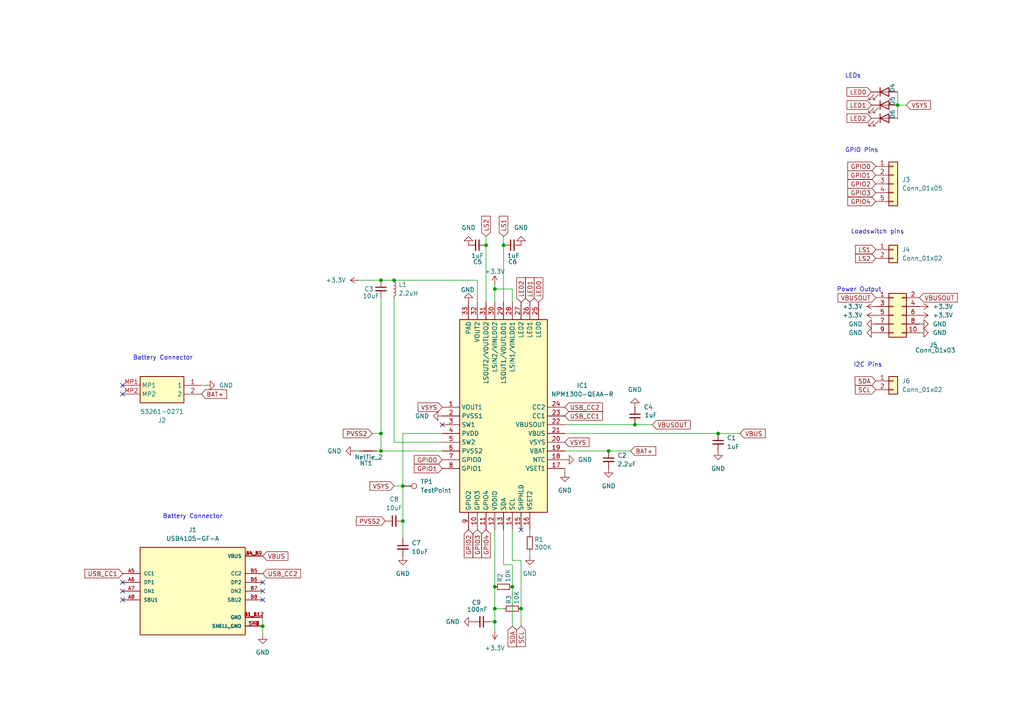
<source format=kicad_sch>
(kicad_sch (version 20231120) (generator "eeschema") (generator_version "8.0")
  (paper "A4")
  (lib_symbols
    (symbol "53261-0271:53261-0271"
      (property "Reference" "J" (at 19.05 7.62 0))
      (property "Value" "53261-0271" (at 19.05 5.08 0))
      (symbol "53261-0271_1_1"
        (rectangle (start 5.08 2.54) (end 17.78 -5.08) (stroke (width 0.254)) (fill (type background)))
        (pin passive line (at 0 -2.54 0) (length 5.08) (name "1") (number "1"))
        (pin passive line (at 0 0 0) (length 5.08) (name "2") (number "2"))
        (pin passive line (at 22.86 -2.54 180) (length 5.08) (name "MP1") (number "MP1"))
        (pin passive line (at 22.86 0 180) (length 5.08) (name "MP2") (number "MP2"))
      )
    )
    (symbol "Connector:TestPoint" (pin_numbers hide) (pin_names (offset 0.762) hide)
      (property "Reference" "TP" (at 0 6.858 0))
      (property "Value" "TestPoint" (at 0 5.08 0))
      (symbol "TestPoint_0_1"
        (circle (center 0 3.302) (radius 0.762))
      )
      (symbol "TestPoint_1_1"
        (pin passive line (at 0 0 90) (length 2.54) (name "1") (number "1"))
      )
    )
    (symbol "Connector_Generic:Conn_01x02" (pin_names (offset 1.016) hide)
      (property "Reference" "J" (at 0 2.54 0))
      (property "Value" "Conn_01x02" (at 0 -5.08 0))
      (symbol "Conn_01x02_1_1"
        (rectangle (start -1.27 -2.413) (end 0 -2.667) (stroke (width 0.1524)))
        (rectangle (start -1.27 0.127) (end 0 -0.127) (stroke (width 0.1524)))
        (rectangle (start -1.27 1.27) (end 1.27 -3.81) (stroke (width 0.254)) (fill (type background)))
        (pin passive line (at -5.08 0 0) (length 3.81) (name "Pin_1") (number "1"))
        (pin passive line (at -5.08 -2.54 0) (length 3.81) (name "Pin_2") (number "2"))
      )
    )
    (symbol "Connector_Generic:Conn_01x05" (pin_names (offset 1.016) hide)
      (property "Reference" "J" (at 0 7.62 0))
      (property "Value" "Conn_01x05" (at 0 -7.62 0))
      (symbol "Conn_01x05_1_1"
        (rectangle (start -1.27 -4.953) (end 0 -5.207) (stroke (width 0.1524)))
        (rectangle (start -1.27 -2.413) (end 0 -2.667) (stroke (width 0.1524)))
        (rectangle (start -1.27 0.127) (end 0 -0.127) (stroke (width 0.1524)))
        (rectangle (start -1.27 2.667) (end 0 2.413) (stroke (width 0.1524)))
        (rectangle (start -1.27 5.207) (end 0 4.953) (stroke (width 0.1524)))
        (rectangle (start -1.27 6.35) (end 1.27 -6.35) (stroke (width 0.254)) (fill (type background)))
        (pin passive line (at -5.08 5.08 0) (length 3.81) (name "Pin_1") (number "1"))
        (pin passive line (at -5.08 2.54 0) (length 3.81) (name "Pin_2") (number "2"))
        (pin passive line (at -5.08 0 0) (length 3.81) (name "Pin_3") (number "3"))
        (pin passive line (at -5.08 -2.54 0) (length 3.81) (name "Pin_4") (number "4"))
        (pin passive line (at -5.08 -5.08 0) (length 3.81) (name "Pin_5") (number "5"))
      )
    )
    (symbol "Connector_Generic:Conn_02x05_Odd_Even" (pin_names (offset 1.016) hide)
      (property "Reference" "J" (at 1.27 7.62 0))
      (property "Value" "Conn_02x05_Odd_Even" (at 1.27 -7.62 0))
      (symbol "Conn_02x05_Odd_Even_1_1"
        (rectangle (start -1.27 -4.953) (end 0 -5.207) (stroke (width 0.1524)))
        (rectangle (start -1.27 -2.413) (end 0 -2.667) (stroke (width 0.1524)))
        (rectangle (start -1.27 0.127) (end 0 -0.127) (stroke (width 0.1524)))
        (rectangle (start -1.27 2.667) (end 0 2.413) (stroke (width 0.1524)))
        (rectangle (start -1.27 5.207) (end 0 4.953) (stroke (width 0.1524)))
        (rectangle (start -1.27 6.35) (end 3.81 -6.35) (stroke (width 0.254)) (fill (type background)))
        (rectangle (start 3.81 -4.953) (end 2.54 -5.207) (stroke (width 0.1524)))
        (rectangle (start 3.81 -2.413) (end 2.54 -2.667) (stroke (width 0.1524)))
        (rectangle (start 3.81 0.127) (end 2.54 -0.127) (stroke (width 0.1524)))
        (rectangle (start 3.81 2.667) (end 2.54 2.413) (stroke (width 0.1524)))
        (rectangle (start 3.81 5.207) (end 2.54 4.953) (stroke (width 0.1524)))
        (pin passive line (at -5.08 5.08 0) (length 3.81) (name "Pin_1") (number "1"))
        (pin passive line (at 7.62 -5.08 180) (length 3.81) (name "Pin_10") (number "10"))
        (pin passive line (at 7.62 5.08 180) (length 3.81) (name "Pin_2") (number "2"))
        (pin passive line (at -5.08 2.54 0) (length 3.81) (name "Pin_3") (number "3"))
        (pin passive line (at 7.62 2.54 180) (length 3.81) (name "Pin_4") (number "4"))
        (pin passive line (at -5.08 0 0) (length 3.81) (name "Pin_5") (number "5"))
        (pin passive line (at 7.62 0 180) (length 3.81) (name "Pin_6") (number "6"))
        (pin passive line (at -5.08 -2.54 0) (length 3.81) (name "Pin_7") (number "7"))
        (pin passive line (at 7.62 -2.54 180) (length 3.81) (name "Pin_8") (number "8"))
        (pin passive line (at -5.08 -5.08 0) (length 3.81) (name "Pin_9") (number "9"))
      )
    )
    (symbol "Device:C_Small" (pin_numbers hide) (pin_names (offset 0.254) hide)
      (property "Reference" "C" (at 0.254 1.778 0))
      (property "Value" "C_Small" (at 0.254 -2.032 0))
      (symbol "C_Small_0_1"
        (polyline (pts (xy -1.524 -0.508) (xy 1.524 -0.508)) (stroke (width 0.3302)))
        (polyline (pts (xy -1.524 0.508) (xy 1.524 0.508)) (stroke (width 0.3048)))
      )
      (symbol "C_Small_1_1"
        (pin passive line (at 0 2.54 270) (length 2.032) (name "~") (number "1"))
        (pin passive line (at 0 -2.54 90) (length 2.032) (name "~") (number "2"))
      )
    )
    (symbol "Device:LED" (pin_numbers hide) (pin_names (offset 1.016) hide)
      (property "Reference" "D" (at 0 2.54 0))
      (property "Value" "LED" (at 0 -2.54 0))
      (symbol "LED_0_1"
        (polyline (pts (xy -1.27 -1.27) (xy -1.27 1.27)) (stroke (width 0.254)))
        (polyline (pts (xy -1.27 0) (xy 1.27 0)))
        (polyline (pts (xy 1.27 -1.27) (xy 1.27 1.27) (xy -1.27 0) (xy 1.27 -1.27)) (stroke (width 0.254)))
        (polyline (pts (xy -3.048 -0.762) (xy -4.572 -2.286) (xy -3.81 -2.286) (xy -4.572 -2.286) (xy -4.572 -1.524)))
        (polyline (pts (xy -1.778 -0.762) (xy -3.302 -2.286) (xy -2.54 -2.286) (xy -3.302 -2.286) (xy -3.302 -1.524)))
      )
      (symbol "LED_1_1"
        (pin passive line (at -3.81 0 0) (length 2.54) (name "K") (number "1"))
        (pin passive line (at 3.81 0 180) (length 2.54) (name "A") (number "2"))
      )
    )
    (symbol "Device:L_Small" (pin_numbers hide) (pin_names (offset 0.254) hide)
      (property "Reference" "L" (at 0.762 1.016 0))
      (property "Value" "L_Small" (at 0.762 -1.016 0))
      (symbol "L_Small_0_1"
        (arc (start 0 -2.032) (mid 0.5058 -1.524) (end 0 -1.016))
        (arc (start 0 -1.016) (mid 0.5058 -0.508) (end 0 0))
        (arc (start 0 0) (mid 0.5058 0.508) (end 0 1.016))
        (arc (start 0 1.016) (mid 0.5058 1.524) (end 0 2.032))
      )
      (symbol "L_Small_1_1"
        (pin passive line (at 0 2.54 270) (length 0.508) (name "~") (number "1"))
        (pin passive line (at 0 -2.54 90) (length 0.508) (name "~") (number "2"))
      )
    )
    (symbol "Device:NetTie_2" (pin_numbers hide) (pin_names (offset 0) hide) (in_bom no)
      (property "Reference" "NT" (at 0 1.27 0))
      (property "Value" "NetTie_2" (at 0 -1.27 0))
      (symbol "NetTie_2_0_1"
        (polyline (pts (xy -1.27 0) (xy 1.27 0)) (stroke (width 0.254)))
      )
      (symbol "NetTie_2_1_1"
        (pin passive line (at -2.54 0 0) (length 2.54) (name "1") (number "1"))
        (pin passive line (at 2.54 0 180) (length 2.54) (name "2") (number "2"))
      )
    )
    (symbol "Device:R_Small" (pin_numbers hide) (pin_names (offset 0.254) hide)
      (property "Reference" "R" (at 0.762 0.508 0))
      (property "Value" "R_Small" (at 0.762 -1.016 0))
      (symbol "R_Small_0_1"
        (rectangle (start -0.762 1.778) (end 0.762 -1.778) (stroke (width 0.2032)))
      )
      (symbol "R_Small_1_1"
        (pin passive line (at 0 2.54 270) (length 0.762) (name "~") (number "1"))
        (pin passive line (at 0 -2.54 90) (length 0.762) (name "~") (number "2"))
      )
    )
    (symbol "USB4105-GF-A:USB4105-GF-A" (pin_names (offset 1.016))
      (property "Reference" "J" (at -15.24 13.97 0))
      (property "Value" "USB4105-GF-A" (at -15.24 -15.24 0))
      (symbol "USB4105-GF-A_0_0"
        (rectangle (start -15.24 -12.7) (end 15.24 12.7) (stroke (width 0.254)) (fill (type background)))
        (pin power_in line (at 20.32 -7.62 180) (length 5.08) (name "GND") (number "A1_B12"))
        (pin power_in line (at 20.32 10.16 180) (length 5.08) (name "VBUS") (number "A4_B9"))
        (pin bidirectional line (at -20.32 5.08 0) (length 5.08) (name "CC1") (number "A5"))
        (pin bidirectional line (at -20.32 2.54 0) (length 5.08) (name "DP1") (number "A6"))
        (pin bidirectional line (at -20.32 0 0) (length 5.08) (name "DN1") (number "A7"))
        (pin bidirectional line (at -20.32 -2.54 0) (length 5.08) (name "SBU1") (number "A8"))
        (pin power_in line (at 20.32 -7.62 180) (length 5.08) (name "GND") (number "B1_A12"))
        (pin power_in line (at 20.32 10.16 180) (length 5.08) (name "VBUS") (number "B4_A9"))
        (pin bidirectional line (at 20.32 5.08 180) (length 5.08) (name "CC2") (number "B5"))
        (pin bidirectional line (at 20.32 2.54 180) (length 5.08) (name "DP2") (number "B6"))
        (pin bidirectional line (at 20.32 0 180) (length 5.08) (name "DN2") (number "B7"))
        (pin bidirectional line (at 20.32 -2.54 180) (length 5.08) (name "SBU2") (number "B8"))
        (pin power_in line (at 20.32 -10.16 180) (length 5.08) (name "SHELL_GND") (number "SH1"))
        (pin power_in line (at 20.32 -10.16 180) (length 5.08) (name "SHELL_GND") (number "SH2"))
        (pin power_in line (at 20.32 -10.16 180) (length 5.08) (name "SHELL_GND") (number "SH3"))
        (pin power_in line (at 20.32 -10.16 180) (length 5.08) (name "SHELL_GND") (number "SH4"))
      )
    )
    (symbol "nPM1300:NPM1300-QEAA-R"
      (property "Reference" "IC" (at 31.75 30.48 0))
      (property "Value" "NPM1300-QEAA-R" (at 31.75 27.94 0))
      (symbol "NPM1300-QEAA-R_1_1"
        (rectangle (start 5.08 25.4) (end 30.48 -30.48) (stroke (width 0.254)) (fill (type background)))
        (pin power_in line (at 0 0 0) (length 5.08) (name "VOUT1") (number "1"))
        (pin bidirectional line (at 10.16 -35.56 90) (length 5.08) (name "GPIO3") (number "10"))
        (pin bidirectional line (at 12.7 -35.56 90) (length 5.08) (name "GPIO4") (number "11"))
        (pin power_in line (at 15.24 -35.56 90) (length 5.08) (name "VDDIO") (number "12"))
        (pin bidirectional line (at 17.78 -35.56 90) (length 5.08) (name "SDA") (number "13"))
        (pin input line (at 20.32 -35.56 90) (length 5.08) (name "SCL") (number "14"))
        (pin input line (at 22.86 -35.56 90) (length 5.08) (name "SHPHLD") (number "15"))
        (pin input line (at 25.4 -35.56 90) (length 5.08) (name "VSET2") (number "16"))
        (pin input line (at 35.56 -17.78 180) (length 5.08) (name "VSET1") (number "17"))
        (pin input line (at 35.56 -15.24 180) (length 5.08) (name "NTC") (number "18"))
        (pin power_in line (at 35.56 -12.7 180) (length 5.08) (name "VBAT") (number "19"))
        (pin power_in line (at 0 -2.54 0) (length 5.08) (name "PVSS1") (number "2"))
        (pin power_in line (at 35.56 -10.16 180) (length 5.08) (name "VSYS") (number "20"))
        (pin power_in line (at 35.56 -7.62 180) (length 5.08) (name "VBUS") (number "21"))
        (pin output line (at 35.56 -5.08 180) (length 5.08) (name "VBUSOUT") (number "22"))
        (pin input line (at 35.56 -2.54 180) (length 5.08) (name "CC1") (number "23"))
        (pin input line (at 35.56 0 180) (length 5.08) (name "CC2") (number "24"))
        (pin output line (at 27.94 30.48 270) (length 5.08) (name "LED0") (number "25"))
        (pin output line (at 25.4 30.48 270) (length 5.08) (name "LED1") (number "26"))
        (pin output line (at 22.86 30.48 270) (length 5.08) (name "LED2") (number "27"))
        (pin power_in line (at 20.32 30.48 270) (length 5.08) (name "LSIN1/VINLDO1") (number "28"))
        (pin power_in line (at 17.78 30.48 270) (length 5.08) (name "LSOUT1/VOUTLDO1") (number "29"))
        (pin power_in line (at 0 -5.08 0) (length 5.08) (name "SW1") (number "3"))
        (pin power_in line (at 15.24 30.48 270) (length 5.08) (name "LSIN2/VINLDO2") (number "30"))
        (pin power_in line (at 12.7 30.48 270) (length 5.08) (name "LSOUT2/VOUTLDO2") (number "31"))
        (pin power_in line (at 10.16 30.48 270) (length 5.08) (name "VOUT2") (number "32"))
        (pin power_in line (at 7.62 30.48 270) (length 5.08) (name "PAD") (number "33"))
        (pin power_in line (at 0 -7.62 0) (length 5.08) (name "PVDD") (number "4"))
        (pin power_in line (at 0 -10.16 0) (length 5.08) (name "SW2") (number "5"))
        (pin power_in line (at 0 -12.7 0) (length 5.08) (name "PVSS2") (number "6"))
        (pin bidirectional line (at 0 -15.24 0) (length 5.08) (name "GPIO0") (number "7"))
        (pin bidirectional line (at 0 -17.78 0) (length 5.08) (name "GPIO1") (number "8"))
        (pin bidirectional line (at 7.62 -35.56 90) (length 5.08) (name "GPIO2") (number "9"))
      )
    )
    (symbol "power:+3.3V" (power) (pin_numbers hide) (pin_names (offset 0) hide)
      (property "Value" "+3.3V" (at 0 3.556 0))
      (symbol "+3.3V_0_1"
        (polyline (pts (xy -0.762 1.27) (xy 0 2.54)))
        (polyline (pts (xy 0 0) (xy 0 2.54)))
        (polyline (pts (xy 0 2.54) (xy 0.762 1.27)))
      )
      (symbol "+3.3V_1_1"
        (pin power_in line (at 0 0 90) (length 0) (name "~") (number "1"))
      )
    )
    (symbol "power:GND" (power) (pin_numbers hide) (pin_names (offset 0) hide)
      (property "Value" "GND" (at 0 -3.81 0))
      (symbol "GND_0_1"
        (polyline (pts (xy 0 0) (xy 0 -1.27) (xy 1.27 -1.27) (xy 0 -2.54) (xy -1.27 -1.27) (xy 0 -1.27)))
      )
      (symbol "GND_1_1"
        (pin power_in line (at 0 0 270) (length 0) (name "~") (number "1"))
      )
    )
  )
  (junction (at 114.3 81.28))
  (junction (at 151.13 176.53))
  (junction (at 184.15 123.19))
  (junction (at 110.49 81.28))
  (junction (at 143.51 176.53))
  (junction (at 110.49 125.73))
  (junction (at 260.35 30.48))
  (junction (at 146.05 71.12))
  (junction (at 140.97 71.12))
  (junction (at 143.51 170.18))
  (junction (at 116.84 151.13))
  (junction (at 176.53 130.81))
  (junction (at 110.49 130.81))
  (junction (at 143.51 180.34))
  (junction (at 143.51 83.82))
  (junction (at 148.59 170.18))
  (junction (at 76.2 181.61))
  (junction (at 116.84 140.97))
  (junction (at 208.28 125.73))
  (no_connect (at 151.13 153.67))
  (no_connect (at 35.56 168.91))
  (no_connect (at 76.2 168.91))
  (no_connect (at 128.27 123.19))
  (no_connect (at 35.56 111.76))
  (no_connect (at 35.56 114.3))
  (no_connect (at 76.2 171.45))
  (no_connect (at 76.2 173.99))
  (no_connect (at 35.56 171.45))
  (no_connect (at 35.56 173.99))
  (wire (pts (xy 163.83 123.19) (xy 184.15 123.19)))
  (wire (pts (xy 58.42 111.76) (xy 59.69 111.76)))
  (wire (pts (xy 163.83 125.73) (xy 208.28 125.73)))
  (wire (pts (xy 138.43 87.63) (xy 138.43 81.28)))
  (wire (pts (xy 110.49 125.73) (xy 110.49 130.81)))
  (wire (pts (xy 143.51 83.82) (xy 143.51 87.63)))
  (wire (pts (xy 163.83 130.81) (xy 176.53 130.81)))
  (wire (pts (xy 143.51 153.67) (xy 143.51 170.18)))
  (wire (pts (xy 142.24 180.34) (xy 143.51 180.34)))
  (wire (pts (xy 146.05 71.12) (xy 146.05 87.63)))
  (wire (pts (xy 163.83 137.16) (xy 163.83 135.89)))
  (wire (pts (xy 151.13 162.56) (xy 151.13 176.53)))
  (wire (pts (xy 148.59 162.56) (xy 151.13 162.56)))
  (wire (pts (xy 114.3 128.27) (xy 128.27 128.27)))
  (wire (pts (xy 110.49 86.36) (xy 110.49 125.73)))
  (wire (pts (xy 140.97 68.58) (xy 140.97 71.12)))
  (wire (pts (xy 153.67 153.67) (xy 153.67 154.94)))
  (wire (pts (xy 102.87 130.81) (xy 104.14 130.81)))
  (wire (pts (xy 76.2 181.61) (xy 76.2 184.15)))
  (wire (pts (xy 260.35 30.48) (xy 260.35 34.29)))
  (wire (pts (xy 143.51 182.88) (xy 143.51 180.34)))
  (wire (pts (xy 260.35 26.67) (xy 260.35 30.48)))
  (wire (pts (xy 110.49 130.81) (xy 128.27 130.81)))
  (wire (pts (xy 116.84 140.97) (xy 116.84 151.13)))
  (wire (pts (xy 116.84 151.13) (xy 116.84 156.21)))
  (wire (pts (xy 114.3 140.97) (xy 116.84 140.97)))
  (wire (pts (xy 128.27 125.73) (xy 116.84 125.73)))
  (wire (pts (xy 260.35 30.48) (xy 262.89 30.48)))
  (wire (pts (xy 143.51 82.55) (xy 143.51 83.82)))
  (wire (pts (xy 109.22 130.81) (xy 110.49 130.81)))
  (wire (pts (xy 148.59 83.82) (xy 148.59 87.63)))
  (wire (pts (xy 146.05 163.83) (xy 148.59 163.83)))
  (wire (pts (xy 146.05 153.67) (xy 146.05 163.83)))
  (wire (pts (xy 114.3 81.28) (xy 138.43 81.28)))
  (wire (pts (xy 114.3 86.36) (xy 114.3 128.27)))
  (wire (pts (xy 184.15 123.19) (xy 189.23 123.19)))
  (wire (pts (xy 143.51 83.82) (xy 148.59 83.82)))
  (wire (pts (xy 143.51 176.53) (xy 146.05 176.53)))
  (wire (pts (xy 116.84 125.73) (xy 116.84 140.97)))
  (wire (pts (xy 148.59 153.67) (xy 148.59 162.56)))
  (wire (pts (xy 107.95 125.73) (xy 110.49 125.73)))
  (wire (pts (xy 146.05 68.58) (xy 146.05 71.12)))
  (wire (pts (xy 148.59 170.18) (xy 148.59 181.61)))
  (wire (pts (xy 143.51 176.53) (xy 143.51 180.34)))
  (wire (pts (xy 140.97 71.12) (xy 140.97 87.63)))
  (wire (pts (xy 110.49 81.28) (xy 114.3 81.28)))
  (wire (pts (xy 143.51 170.18) (xy 143.51 176.53)))
  (wire (pts (xy 153.67 161.29) (xy 153.67 160.02)))
  (wire (pts (xy 176.53 130.81) (xy 182.88 130.81)))
  (wire (pts (xy 208.28 125.73) (xy 214.63 125.73)))
  (wire (pts (xy 104.14 81.28) (xy 110.49 81.28)))
  (wire (pts (xy 151.13 176.53) (xy 151.13 181.61)))
  (wire (pts (xy 148.59 163.83) (xy 148.59 170.18)))
  (wire (pts (xy 76.2 179.07) (xy 76.2 181.61)))
  (text "Battery Connector\n" (at 55.88 149.86 0) (effects (font (size 1.27 1.27))))
  (text "Battery Connector\n" (at 47.244 103.886 0) (effects (font (size 1.27 1.27))))
  (text "GPIO Pins\n" (at 249.936 43.688 0) (effects (font (size 1.27 1.27))))
  (text "Power Output" (at 249.174 84.074 0) (effects (font (size 1.27 1.27))))
  (text "LEDs\n" (at 247.396 22.098 0) (effects (font (size 1.27 1.27))))
  (text "I2C Pins\n" (at 251.714 105.918 0) (effects (font (size 1.27 1.27))))
  (text "Loadswitch pins\n" (at 254.508 67.31 0) (effects (font (size 1.27 1.27))))
  (global_label "GPIO3" (shape input) (at 138.43 153.67 270) (property "Intersheetrefs" "${INTERSHEET_REFS}" (effects (hide yes))))
  (global_label "SDA" (shape input) (at 254 110.49 180) (property "Intersheetrefs" "${INTERSHEET_REFS}" (effects (hide yes))))
  (global_label "LED2" (shape input) (at 151.13 87.63 90) (property "Intersheetrefs" "${INTERSHEET_REFS}" (effects (hide yes))))
  (global_label "LED0" (shape input) (at 252.73 26.67 180) (property "Intersheetrefs" "${INTERSHEET_REFS}" (effects (hide yes))))
  (global_label "GPIO3" (shape input) (at 254 55.88 180) (property "Intersheetrefs" "${INTERSHEET_REFS}" (effects (hide yes))))
  (global_label "VBUS" (shape input) (at 214.63 125.73 0) (property "Intersheetrefs" "${INTERSHEET_REFS}" (effects (hide yes))))
  (global_label "GPIO2" (shape input) (at 254 53.34 180) (property "Intersheetrefs" "${INTERSHEET_REFS}" (effects (hide yes))))
  (global_label "VBUSOUT" (shape input) (at 254 86.36 180) (property "Intersheetrefs" "${INTERSHEET_REFS}" (effects (hide yes))))
  (global_label "BAT+" (shape input) (at 58.42 114.3 0) (property "Intersheetrefs" "${INTERSHEET_REFS}" (effects (hide yes))))
  (global_label "VSYS" (shape input) (at 114.3 140.97 180) (property "Intersheetrefs" "${INTERSHEET_REFS}" (effects (hide yes))))
  (global_label "GPIO1" (shape input) (at 128.27 135.89 180) (property "Intersheetrefs" "${INTERSHEET_REFS}" (effects (hide yes))))
  (global_label "VSYS" (shape input) (at 163.83 128.27 0) (property "Intersheetrefs" "${INTERSHEET_REFS}" (effects (hide yes))))
  (global_label "LED1" (shape input) (at 252.73 30.48 180) (property "Intersheetrefs" "${INTERSHEET_REFS}" (effects (hide yes))))
  (global_label "VSYS" (shape input) (at 128.27 118.11 180) (property "Intersheetrefs" "${INTERSHEET_REFS}" (effects (hide yes))))
  (global_label "GPIO0" (shape input) (at 254 48.26 180) (property "Intersheetrefs" "${INTERSHEET_REFS}" (effects (hide yes))))
  (global_label "USB_CC2" (shape input) (at 76.2 166.37 0) (property "Intersheetrefs" "${INTERSHEET_REFS}" (effects (hide yes))))
  (global_label "LED0" (shape input) (at 156.21 87.63 90) (property "Intersheetrefs" "${INTERSHEET_REFS}" (effects (hide yes))))
  (global_label "GPIO4" (shape input) (at 140.97 153.67 270) (property "Intersheetrefs" "${INTERSHEET_REFS}" (effects (hide yes))))
  (global_label "GPIO2" (shape input) (at 135.89 153.67 270) (property "Intersheetrefs" "${INTERSHEET_REFS}" (effects (hide yes))))
  (global_label "VSYS" (shape input) (at 262.89 30.48 0) (property "Intersheetrefs" "${INTERSHEET_REFS}" (effects (hide yes))))
  (global_label "USB_CC2" (shape input) (at 163.83 118.11 0) (property "Intersheetrefs" "${INTERSHEET_REFS}" (effects (hide yes))))
  (global_label "LS1" (shape input) (at 254 72.39 180) (property "Intersheetrefs" "${INTERSHEET_REFS}" (effects (hide yes))))
  (global_label "BAT+" (shape input) (at 182.88 130.81 0) (property "Intersheetrefs" "${INTERSHEET_REFS}" (effects (hide yes))))
  (global_label "GPIO1" (shape input) (at 254 50.8 180) (property "Intersheetrefs" "${INTERSHEET_REFS}" (effects (hide yes))))
  (global_label "SCL" (shape input) (at 151.13 181.61 270) (property "Intersheetrefs" "${INTERSHEET_REFS}" (effects (hide yes))))
  (global_label "SCL" (shape input) (at 254 113.03 180) (property "Intersheetrefs" "${INTERSHEET_REFS}" (effects (hide yes))))
  (global_label "USB_CC1" (shape input) (at 35.56 166.37 180) (property "Intersheetrefs" "${INTERSHEET_REFS}" (effects (hide yes))))
  (global_label "VBUSOUT" (shape input) (at 189.23 123.19 0) (property "Intersheetrefs" "${INTERSHEET_REFS}" (effects (hide yes))))
  (global_label "VBUSOUT" (shape input) (at 266.7 86.36 0) (property "Intersheetrefs" "${INTERSHEET_REFS}" (effects (hide yes))))
  (global_label "GPIO0" (shape input) (at 128.27 133.35 180) (property "Intersheetrefs" "${INTERSHEET_REFS}" (effects (hide yes))))
  (global_label "USB_CC1" (shape input) (at 163.83 120.65 0) (property "Intersheetrefs" "${INTERSHEET_REFS}" (effects (hide yes))))
  (global_label "GPIO4" (shape input) (at 254 58.42 180) (property "Intersheetrefs" "${INTERSHEET_REFS}" (effects (hide yes))))
  (global_label "SDA" (shape input) (at 148.59 181.61 270) (property "Intersheetrefs" "${INTERSHEET_REFS}" (effects (hide yes))))
  (global_label "LS2" (shape input) (at 254 74.93 180) (property "Intersheetrefs" "${INTERSHEET_REFS}" (effects (hide yes))))
  (global_label "VBUS" (shape input) (at 76.2 161.29 0) (property "Intersheetrefs" "${INTERSHEET_REFS}" (effects (hide yes))))
  (global_label "PVSS2" (shape input) (at 107.95 125.73 180) (property "Intersheetrefs" "${INTERSHEET_REFS}" (effects (hide yes))))
  (global_label "LS2" (shape input) (at 140.97 68.58 90) (property "Intersheetrefs" "${INTERSHEET_REFS}" (effects (hide yes))))
  (global_label "LED2" (shape input) (at 252.73 34.29 180) (property "Intersheetrefs" "${INTERSHEET_REFS}" (effects (hide yes))))
  (global_label "PVSS2" (shape input) (at 111.76 151.13 180) (property "Intersheetrefs" "${INTERSHEET_REFS}" (effects (hide yes))))
  (global_label "LED1" (shape input) (at 153.67 87.63 90) (property "Intersheetrefs" "${INTERSHEET_REFS}" (effects (hide yes))))
  (global_label "LS1" (shape input) (at 146.05 68.58 90) (property "Intersheetrefs" "${INTERSHEET_REFS}" (effects (hide yes))))
  (symbol (lib_id "power:GND") (at 176.53 135.89 0) (unit 1)
    (property "Reference" "#PWR03" (effects (hide yes)))
    (property "Value" "GND" (at 176.53 140.97 0))
    (property "Description" "Power symbol creates a global label with name \"GND\" , ground" (effects (hide yes)))
  )
  (symbol (lib_id "Connector_Generic:Conn_01x02") (at 259.08 110.49 0) (unit 1)
    (property "Reference" "J6" (at 261.62 110.4899 0) (effects (justify left)))
    (property "Value" "Conn_01x02" (at 261.62 113.0299 0) (effects (justify left)))
    (property "Footprint" "Connector_PinHeader_2.54mm:PinHeader_1x02_P2.54mm_Vertical" (effects (hide yes)))
    (property "Description" "Generic connector, single row, 01x02, script generated (kicad-library-utils/schlib/autogen/connector/)" (effects (hide yes)))
  )
  (symbol (lib_id "power:GND") (at 135.89 71.12 180) (unit 1)
    (property "Reference" "#PWR014" (effects (hide yes)))
    (property "Value" "GND" (at 135.89 66.04 0))
    (property "Description" "Power symbol creates a global label with name \"GND\" , ground" (effects (hide yes)))
  )
  (symbol (lib_id "Device:L_Small") (at 114.3 83.82 0) (unit 1)
    (property "Reference" "L1" (at 115.57 82.5499 0) (effects (justify left)))
    (property "Value" "2.2uH" (at 115.57 85.0899 0) (effects (justify left)))
    (property "Footprint" "Inductor_SMD:L_0805_2012Metric_Pad1.05x1.20mm_HandSolder" (effects (hide yes)))
    (property "Description" "Inductor, small symbol" (effects (hide yes)))
  )
  (symbol (lib_id "power:GND") (at 153.67 161.29 0) (unit 1)
    (property "Reference" "#PWR05" (effects (hide yes)))
    (property "Value" "GND" (at 153.67 166.37 0))
    (property "Description" "Power symbol creates a global label with name \"GND\" , ground" (effects (hide yes)))
  )
  (symbol (lib_id "power:GND") (at 137.16 180.34 270) (unit 1)
    (property "Reference" "#PWR020" (effects (hide yes)))
    (property "Value" "GND" (at 133.35 180.3399 90) (effects (justify right)))
    (property "Description" "Power symbol creates a global label with name \"GND\" , ground" (effects (hide yes)))
  )
  (symbol (lib_id "Device:R_Small") (at 153.67 157.48 0) (unit 1)
    (property "Reference" "R1" (at 154.94 156.464 0) (effects (justify left)))
    (property "Value" "300K" (at 154.94 158.75 0) (effects (justify left)))
    (property "Footprint" "Resistor_SMD:R_0603_1608Metric_Pad0.98x0.95mm_HandSolder" (effects (hide yes)))
    (property "Description" "Resistor, small symbol" (effects (hide yes)))
  )
  (symbol (lib_id "Device:R_Small") (at 148.59 176.53 90) (unit 1)
    (property "Reference" "R3" (at 147.574 175.26 0) (effects (justify left)))
    (property "Value" "10K" (at 149.86 175.26 0) (effects (justify left)))
    (property "Footprint" "Resistor_SMD:R_0603_1608Metric_Pad0.98x0.95mm_HandSolder" (effects (hide yes)))
    (property "Description" "Resistor, small symbol" (effects (hide yes)))
  )
  (symbol (lib_id "power:GND") (at 254 93.98 270) (unit 1)
    (property "Reference" "#PWR017" (effects (hide yes)))
    (property "Value" "GND" (at 250.19 93.9799 90) (effects (justify right)))
    (property "Description" "Power symbol creates a global label with name \"GND\" , ground" (effects (hide yes)))
  )
  (symbol (lib_id "power:GND") (at 76.2 184.15 0) (unit 1)
    (property "Reference" "#PWR01" (effects (hide yes)))
    (property "Value" "GND" (at 76.2 189.23 0))
    (property "Description" "Power symbol creates a global label with name \"GND\" , ground" (effects (hide yes)))
  )
  (symbol (lib_id "power:GND") (at 59.69 111.76 90) (unit 1)
    (property "Reference" "#PWR015" (effects (hide yes)))
    (property "Value" "GND" (at 63.5 111.7599 90) (effects (justify right)))
    (property "Description" "Power symbol creates a global label with name \"GND\" , ground" (effects (hide yes)))
  )
  (symbol (lib_id "power:+3.3V") (at 254 91.44 90) (unit 1)
    (property "Reference" "#PWR018" (effects (hide yes)))
    (property "Value" "+3.3V" (at 250.19 91.4399 90) (effects (justify left)))
    (property "Description" "Power symbol creates a global label with name \"+3.3V\"" (effects (hide yes)))
  )
  (symbol (lib_id "Device:R_Small") (at 146.05 170.18 90) (unit 1)
    (property "Reference" "R2" (at 145.034 168.91 0) (effects (justify left)))
    (property "Value" "10K" (at 147.32 168.91 0) (effects (justify left)))
    (property "Footprint" "Resistor_SMD:R_0603_1608Metric_Pad0.98x0.95mm_HandSolder" (effects (hide yes)))
    (property "Description" "Resistor, small symbol" (effects (hide yes)))
  )
  (symbol (lib_id "Connector:TestPoint") (at 116.84 140.97 270) (unit 1)
    (property "Reference" "TP1" (at 121.92 139.6999 90) (effects (justify left)))
    (property "Value" "TestPoint" (at 121.92 142.2399 90) (effects (justify left)))
    (property "Footprint" "TestPoint:TestPoint_Pad_D1.0mm" (effects (hide yes)))
    (property "Description" "test point" (effects (hide yes)))
  )
  (symbol (lib_id "power:GND") (at 266.7 96.52 90) (unit 1)
    (property "Reference" "#PWR026" (effects (hide yes)))
    (property "Value" "GND" (at 270.51 96.5199 90) (effects (justify right)))
    (property "Description" "Power symbol creates a global label with name \"GND\" , ground" (effects (hide yes)))
  )
  (symbol (lib_id "power:+3.3V") (at 143.51 182.88 180) (unit 1)
    (property "Reference" "#PWR012" (effects (hide yes)))
    (property "Value" "+3.3V" (at 143.51 187.96 0))
    (property "Description" "Power symbol creates a global label with name \"+3.3V\"" (effects (hide yes)))
  )
  (symbol (lib_id "power:+3.3V") (at 254 88.9 90) (unit 1)
    (property "Reference" "#PWR021" (effects (hide yes)))
    (property "Value" "+3.3V" (at 250.19 88.8999 90) (effects (justify left)))
    (property "Description" "Power symbol creates a global label with name \"+3.3V\"" (effects (hide yes)))
  )
  (symbol (lib_id "Device:C_Small") (at 176.53 133.35 0) (unit 1)
    (property "Reference" "C2" (at 179.07 132.0862 0) (effects (justify left)))
    (property "Value" "2.2uF" (at 179.07 134.6262 0) (effects (justify left)))
    (property "Footprint" "Capacitor_SMD:C_0603_1608Metric_Pad1.08x0.95mm_HandSolder" (effects (hide yes)))
    (property "Description" "Unpolarized capacitor, small symbol" (effects (hide yes)))
  )
  (symbol (lib_id "power:GND") (at 116.84 161.29 0) (unit 1)
    (property "Reference" "#PWR016" (effects (hide yes)))
    (property "Value" "GND" (at 116.84 166.37 0))
    (property "Description" "Power symbol creates a global label with name \"GND\" , ground" (effects (hide yes)))
  )
  (symbol (lib_id "power:GND") (at 135.89 87.63 180) (unit 1)
    (property "Reference" "#PWR010" (effects (hide yes)))
    (property "Value" "GND" (at 135.636 84.074 0))
    (property "Description" "Power symbol creates a global label with name \"GND\" , ground" (effects (hide yes)))
  )
  (symbol (lib_id "Device:C_Small") (at 184.15 120.65 0) (unit 1)
    (property "Reference" "C4" (at 186.69 118.11 0) (effects (justify left)))
    (property "Value" "1uF" (at 186.944 120.396 0) (effects (justify left)))
    (property "Footprint" "Capacitor_SMD:C_0603_1608Metric_Pad1.08x0.95mm_HandSolder" (effects (hide yes)))
    (property "Description" "Unpolarized capacitor, small symbol" (effects (hide yes)))
  )
  (symbol (lib_id "power:GND") (at 163.83 133.35 90) (unit 1)
    (property "Reference" "#PWR07" (effects (hide yes)))
    (property "Value" "GND" (at 167.64 133.3499 90) (effects (justify right)))
    (property "Description" "Power symbol creates a global label with name \"GND\" , ground" (effects (hide yes)))
  )
  (symbol (lib_id "power:+3.3V") (at 266.7 88.9 270) (unit 1)
    (property "Reference" "#PWR022" (effects (hide yes)))
    (property "Value" "+3.3V" (at 270.51 88.8999 90) (effects (justify left)))
    (property "Description" "Power symbol creates a global label with name \"+3.3V\"" (effects (hide yes)))
  )
  (symbol (lib_id "Device:C_Small") (at 114.3 151.13 90) (unit 1)
    (property "Reference" "C8" (at 114.3063 144.78 90))
    (property "Value" "10uF" (at 114.3063 147.32 90))
    (property "Footprint" "Capacitor_SMD:C_0603_1608Metric_Pad1.08x0.95mm_HandSolder" (effects (hide yes)))
    (property "Description" "Unpolarized capacitor, small symbol" (effects (hide yes)))
  )
  (symbol (lib_id "power:GND") (at 184.15 118.11 180) (unit 1)
    (property "Reference" "#PWR09" (effects (hide yes)))
    (property "Value" "GND" (at 184.15 113.03 0))
    (property "Description" "Power symbol creates a global label with name \"GND\" , ground" (effects (hide yes)))
  )
  (symbol (lib_id "Device:C_Small") (at 138.43 71.12 270) (unit 1)
    (property "Reference" "C5" (at 137.16 75.946 90) (effects (justify left)))
    (property "Value" "1uF" (at 136.652 74.168 90) (effects (justify left)))
    (property "Footprint" "Capacitor_SMD:C_0603_1608Metric_Pad1.08x0.95mm_HandSolder" (effects (hide yes)))
    (property "Description" "Unpolarized capacitor, small symbol" (effects (hide yes)))
  )
  (symbol (lib_id "power:GND") (at 163.83 137.16 0) (unit 1)
    (property "Reference" "#PWR04" (effects (hide yes)))
    (property "Value" "GND" (at 163.83 142.24 0))
    (property "Description" "Power symbol creates a global label with name \"GND\" , ground" (effects (hide yes)))
  )
  (symbol (lib_id "Device:NetTie_2") (at 106.68 130.81 0) (unit 1) (in_bom no)
    (property "Reference" "NT1" (at 106.172 134.366 0))
    (property "Value" "NetTie_2" (at 106.934 132.588 0))
    (property "Footprint" "NetTie:NetTie-2_SMD_Pad0.5mm" (effects (hide yes)))
    (property "Description" "Net tie, 2 pins" (effects (hide yes)))
  )
  (symbol (lib_id "Connector_Generic:Conn_01x02") (at 259.08 72.39 0) (unit 1)
    (property "Reference" "J4" (at 261.62 72.3899 0) (effects (justify left)))
    (property "Value" "Conn_01x02" (at 261.62 74.9299 0) (effects (justify left)))
    (property "Footprint" "Connector_PinHeader_2.54mm:PinHeader_1x02_P2.54mm_Vertical" (effects (hide yes)))
    (property "Description" "Generic connector, single row, 01x02, script generated (kicad-library-utils/schlib/autogen/connector/)" (effects (hide yes)))
  )
  (symbol (lib_id "53261-0271:53261-0271") (at 58.42 114.3 180) (unit 1)
    (property "Reference" "J2" (at 46.99 121.92 0))
    (property "Value" "53261-0271" (at 46.99 119.38 0))
    (property "Footprint" "53261-0271:532610271" (effects (hide yes)))
    (property "Datasheet" "https://www.molex.com/pdm_docs/sd/532610271_sd.pdf" (effects (hide yes)))
    (property "Description" "1.25mm Pitch, PicoBlade PCB Header, Single Row, Right-Angle, Surface Mount, Tin (Sn) Plating, Friction Lock,  Circuits, Tape and Reel" (effects (hide yes)))
    (property "Height" "3.65" (effects (hide yes)))
    (property "Manufacturer_Name" "Molex" (effects (hide yes)))
    (property "Manufacturer_Part_Number" "53261-0271" (effects (hide yes)))
    (property "Mouser Part Number" "538-53261-0271" (effects (hide yes)))
    (property "Mouser Price/Stock" "https://www.mouser.co.uk/ProductDetail/Molex/53261-0271?qs=%252B72YyncTwW%252B8%252BBjraxGf3A%3D%3D" (effects (hide yes)))
    (property "Arrow Part Number" "53261-0271" (effects (hide yes)))
    (property "Arrow Price/Stock" "https://www.arrow.com/en/products/53261-0271/molex?region=nac" (effects (hide yes)))
  )
  (symbol (lib_id "power:GND") (at 254 96.52 270) (unit 1)
    (property "Reference" "#PWR024" (effects (hide yes)))
    (property "Value" "GND" (at 250.19 96.5199 90) (effects (justify right)))
    (property "Description" "Power symbol creates a global label with name \"GND\" , ground" (effects (hide yes)))
  )
  (symbol (lib_id "Device:LED") (at 256.54 30.48 0) (unit 1)
    (property "Reference" "D5" (at 258.826 27.94 90) (effects (justify right)))
    (property "Value" "LED" (effects (hide yes)))
    (property "Footprint" "LED_SMD:LED_0603_1608Metric_Pad1.05x0.95mm_HandSolder" (effects (hide yes)))
    (property "Description" "Light emitting diode" (effects (hide yes)))
  )
  (symbol (lib_id "Device:C_Small") (at 148.59 71.12 270) (unit 1)
    (property "Reference" "C6" (at 147.32 75.946 90) (effects (justify left)))
    (property "Value" "1uF" (at 147.066 74.168 90) (effects (justify left)))
    (property "Footprint" "Capacitor_SMD:C_0603_1608Metric_Pad1.08x0.95mm_HandSolder" (effects (hide yes)))
    (property "Description" "Unpolarized capacitor, small symbol" (effects (hide yes)))
  )
  (symbol (lib_id "Connector_Generic:Conn_01x05") (at 259.08 53.34 0) (unit 1)
    (property "Reference" "J3" (at 261.62 52.0699 0) (effects (justify left)))
    (property "Value" "Conn_01x05" (at 261.62 54.6099 0) (effects (justify left)))
    (property "Footprint" "Connector_PinHeader_2.54mm:PinHeader_1x05_P2.54mm_Vertical" (effects (hide yes)))
    (property "Description" "Generic connector, single row, 01x05, script generated (kicad-library-utils/schlib/autogen/connector/)" (effects (hide yes)))
  )
  (symbol (lib_id "Connector_Generic:Conn_02x05_Odd_Even") (at 259.08 91.44 0) (unit 1)
    (property "Reference" "J5" (at 270.764 100.076 0))
    (property "Value" "Conn_01x03" (at 271.272 101.6 0))
    (property "Footprint" "Connector_PinHeader_2.54mm:PinHeader_2x05_P2.54mm_Vertical" (effects (hide yes)))
    (property "Description" "Generic connector, double row, 02x05, odd/even pin numbering scheme (row 1 odd numbers, row 2 even numbers), script generated (kicad-library-utils/schlib/autogen/connector/)" (effects (hide yes)))
  )
  (symbol (lib_id "power:GND") (at 266.7 93.98 90) (unit 1)
    (property "Reference" "#PWR025" (effects (hide yes)))
    (property "Value" "GND" (at 270.51 93.9799 90) (effects (justify right)))
    (property "Description" "Power symbol creates a global label with name \"GND\" , ground" (effects (hide yes)))
  )
  (symbol (lib_id "power:GND") (at 128.27 120.65 270) (unit 1)
    (property "Reference" "#PWR06" (effects (hide yes)))
    (property "Value" "GND" (at 124.46 120.6499 90) (effects (justify right)))
    (property "Description" "Power symbol creates a global label with name \"GND\" , ground" (effects (hide yes)))
  )
  (symbol (lib_id "power:+3.3V") (at 266.7 91.44 270) (unit 1)
    (property "Reference" "#PWR023" (effects (hide yes)))
    (property "Value" "+3.3V" (at 270.51 91.4399 90) (effects (justify left)))
    (property "Description" "Power symbol creates a global label with name \"+3.3V\"" (effects (hide yes)))
  )
  (symbol (lib_id "Device:LED") (at 256.54 34.29 0) (unit 1)
    (property "Reference" "D6" (at 258.826 31.75 90) (effects (justify right)))
    (property "Value" "LED" (effects (hide yes)))
    (property "Footprint" "LED_SMD:LED_0603_1608Metric_Pad1.05x0.95mm_HandSolder" (effects (hide yes)))
    (property "Description" "Light emitting diode" (effects (hide yes)))
  )
  (symbol (lib_id "USB4105-GF-A:USB4105-GF-A") (at 55.88 171.45 0) (unit 1)
    (property "Reference" "J1" (at 55.88 153.67 0))
    (property "Value" "USB4105-GF-A" (at 55.88 156.21 0))
    (property "Footprint" "USB4105-GF-A:GCT_USB4105-GF-A" (effects (hide yes)))
    (property "MF" "GCT" (effects (hide yes)))
    (property "MAXIMUM_PACKAGE_HEIGHT" "3.31 mm" (effects (hide yes)))
    (property "Package" "None" (effects (hide yes)))
    (property "Price" "None" (effects (hide yes)))
    (property "Check_prices" "https://www.snapeda.com/parts/USB4105-GF-A/Global+Connector+Technology/view-part/?ref=eda" (effects (hide yes)))
    (property "STANDARD" "Manufacturer Recommendations" (effects (hide yes)))
    (property "PARTREV" "B4" (effects (hide yes)))
    (property "SnapEDA_Link" "https://www.snapeda.com/parts/USB4105-GF-A/Global+Connector+Technology/view-part/?ref=snap" (effects (hide yes)))
    (property "MP" "USB4105-GF-A" (effects (hide yes)))
    (property "Purchase-URL" "https://www.snapeda.com/api/url_track_click_mouser/?unipart_id=4423780&manufacturer=GCT&part_name=USB4105-GF-A&search_term=None" (effects (hide yes)))
    (property "Description_1" "\nUSB-C (USB TYPE-C) USB 2.0 Receptacle Connector 24 (16+8 Dummy) Position Surface Mount, Right Angle; Through Hole\n" (effects (hide yes)))
    (property "Availability" "In Stock" (effects (hide yes)))
    (property "MANUFACTURER" "GCT" (effects (hide yes)))
  )
  (symbol (lib_id "nPM1300:NPM1300-QEAA-R") (at 128.27 118.11 0) (unit 1)
    (property "Reference" "IC1" (at 168.91 111.7914 0))
    (property "Value" "NPM1300-QEAA-R" (at 168.91 114.3314 0))
    (property "Footprint" "nPM1300:QFN50P500X500X90-33N" (effects (hide yes)))
    (property "Datasheet" "https://infocenter.nordicsemi.com/index.jsp?topic=%2Fstruct_pmic%2Fstruct%2Fnpm1300.html" (effects (hide yes)))
    (property "Description" "Power Management IC (PMIC) with battery charging, accurate fuel gauging and advanced system management features." (effects (hide yes)))
    (property "Height" "0.9" (effects (hide yes)))
    (property "Manufacturer_Name" "Nordic Semiconductor" (effects (hide yes)))
    (property "Manufacturer_Part_Number" "NPM1300-QEAA-R" (effects (hide yes)))
    (property "Mouser Part Number" "949-NPM1300-QEAA-R" (effects (hide yes)))
    (property "Mouser Price/Stock" "https://www.mouser.co.uk/ProductDetail/Nordic-Semiconductor/nPM1300-QEAA-R?qs=3pZoU%2F6IRTiFavqFmjPoaw%3D%3D" (effects (hide yes)))
    (property "Arrow Part Number" "NPM1300-QEAA-R" (effects (hide yes)))
    (property "Arrow Price/Stock" "https://www.arrow.com/en/products/npm1300-qeaa-r/nordic-semiconductor?region=nac" (effects (hide yes)))
  )
  (symbol (lib_id "power:+3.3V") (at 104.14 81.28 90) (unit 1)
    (property "Reference" "#PWR08" (effects (hide yes)))
    (property "Value" "+3.3V" (at 100.33 81.2799 90) (effects (justify left)))
    (property "Description" "Power symbol creates a global label with name \"+3.3V\"" (effects (hide yes)))
  )
  (symbol (lib_id "power:GND") (at 151.13 71.12 180) (unit 1)
    (property "Reference" "#PWR013" (effects (hide yes)))
    (property "Value" "GND" (at 151.13 66.04 0))
    (property "Description" "Power symbol creates a global label with name \"GND\" , ground" (effects (hide yes)))
  )
  (symbol (lib_id "power:GND") (at 208.28 130.81 0) (unit 1)
    (property "Reference" "#PWR02" (effects (hide yes)))
    (property "Value" "GND" (at 208.28 135.89 0))
    (property "Description" "Power symbol creates a global label with name \"GND\" , ground" (effects (hide yes)))
  )
  (symbol (lib_id "Device:LED") (at 256.54 26.67 0) (unit 1)
    (property "Reference" "D4" (at 258.826 24.13 90) (effects (justify right)))
    (property "Value" "LED" (effects (hide yes)))
    (property "Footprint" "LED_SMD:LED_0603_1608Metric_Pad1.05x0.95mm_HandSolder" (effects (hide yes)))
    (property "Description" "Light emitting diode" (effects (hide yes)))
  )
  (symbol (lib_id "Device:C_Small") (at 110.49 83.82 0) (unit 1)
    (property "Reference" "C3" (at 105.664 83.82 0) (effects (justify left)))
    (property "Value" "10uF" (at 105.156 85.852 0) (effects (justify left)))
    (property "Footprint" "Capacitor_SMD:C_0603_1608Metric_Pad1.08x0.95mm_HandSolder" (effects (hide yes)))
    (property "Description" "Unpolarized capacitor, small symbol" (effects (hide yes)))
  )
  (symbol (lib_id "Device:C_Small") (at 116.84 158.75 0) (unit 1)
    (property "Reference" "C7" (at 119.38 157.4862 0) (effects (justify left)))
    (property "Value" "10uF" (at 119.38 160.0262 0) (effects (justify left)))
    (property "Footprint" "Capacitor_SMD:C_0603_1608Metric_Pad1.08x0.95mm_HandSolder" (effects (hide yes)))
    (property "Description" "Unpolarized capacitor, small symbol" (effects (hide yes)))
  )
  (symbol (lib_id "Device:C_Small") (at 139.7 180.34 270) (unit 1)
    (property "Reference" "C9" (at 138.176 174.752 90))
    (property "Value" "100nF" (at 138.43 176.784 90))
    (property "Footprint" "Capacitor_SMD:C_0603_1608Metric_Pad1.08x0.95mm_HandSolder" (effects (hide yes)))
    (property "Description" "Unpolarized capacitor, small symbol" (effects (hide yes)))
  )
  (symbol (lib_id "power:GND") (at 102.87 130.81 270) (unit 1)
    (property "Reference" "#PWR019" (effects (hide yes)))
    (property "Value" "GND" (at 99.06 130.8099 90) (effects (justify right)))
    (property "Description" "Power symbol creates a global label with name \"GND\" , ground" (effects (hide yes)))
  )
  (symbol (lib_id "Device:C_Small") (at 208.28 128.27 0) (unit 1)
    (property "Reference" "C1" (at 210.82 127.0062 0) (effects (justify left)))
    (property "Value" "1uF" (at 210.82 129.5462 0) (effects (justify left)))
    (property "Footprint" "Capacitor_SMD:C_0603_1608Metric_Pad1.08x0.95mm_HandSolder" (effects (hide yes)))
    (property "Description" "Unpolarized capacitor, small symbol" (effects (hide yes)))
  )
  (symbol (lib_id "power:+3.3V") (at 143.51 82.55 0) (unit 1)
    (property "Reference" "#PWR011" (effects (hide yes)))
    (property "Value" "+3.3V" (at 143.51 78.74 0))
    (property "Description" "Power symbol creates a global label with name \"+3.3V\"" (effects (hide yes)))
  )
)
</source>
